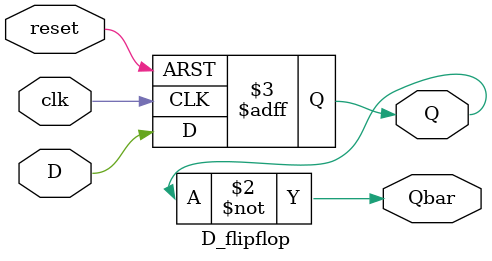
<source format=v>
module D_flipflop (
    input D,         
    input clk,      
    input reset,     
    output reg Q,    
    output Qbar     
);
always @(posedge clk or posedge reset)
begin
    if (reset)
        Q <= 1'b0;    
    else
        Q <= D;       
end
assign Qbar = ~Q;
endmodule

</source>
